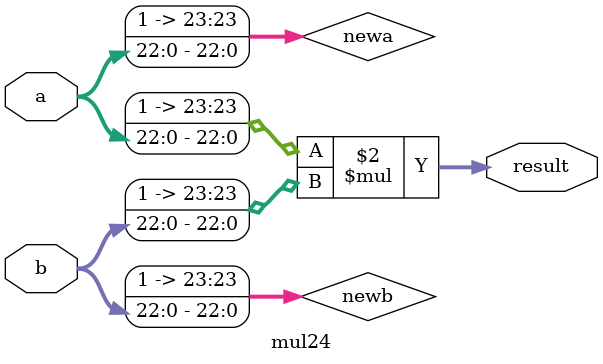
<source format=sv>

module mul24
  (
    input reg [22:0] a,
    input reg [22:0] b,
    output reg [47:0] result
  );
  
  //integer i;
  //reg [47:0] p;
  reg [23:0] newa;
  reg [23:0] newb;
  
  assign newa [23:0] = {1'b1,a};
  assign newb [23:0] = {1'b1,b};

  /*always @(newa or newb) begin
    p = 0;
    for (i=0; i<24; i=i+1)
      if (newa[i] == 1'b1 )
        p = p + (newb << i );
  end*/
  
  always @(newa or newb) 
    result = newa * newb;

endmodule
</source>
